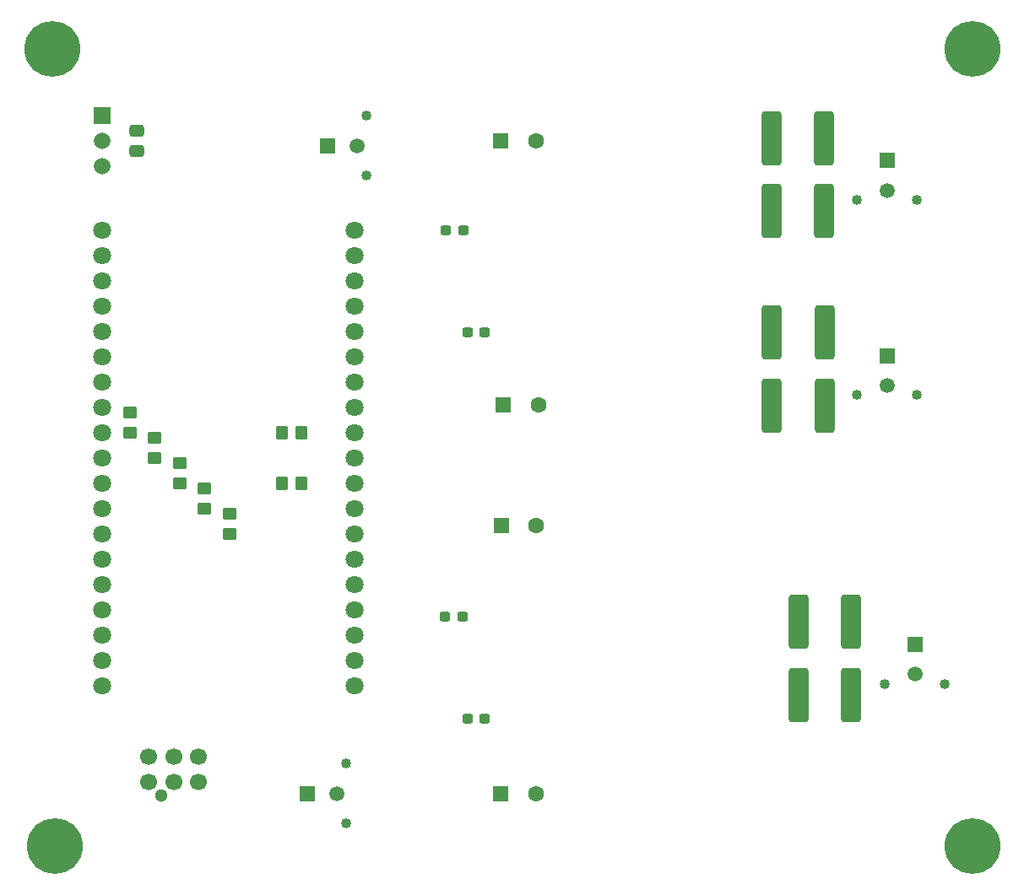
<source format=gbs>
G04 #@! TF.GenerationSoftware,KiCad,Pcbnew,8.0.7-8.0.7-0~ubuntu22.04.1*
G04 #@! TF.CreationDate,2025-01-27T17:28:37+02:00*
G04 #@! TF.ProjectId,speaker_amp2,73706561-6b65-4725-9f61-6d70322e6b69,rev?*
G04 #@! TF.SameCoordinates,Original*
G04 #@! TF.FileFunction,Soldermask,Bot*
G04 #@! TF.FilePolarity,Negative*
%FSLAX46Y46*%
G04 Gerber Fmt 4.6, Leading zero omitted, Abs format (unit mm)*
G04 Created by KiCad (PCBNEW 8.0.7-8.0.7-0~ubuntu22.04.1) date 2025-01-27 17:28:37*
%MOMM*%
%LPD*%
G01*
G04 APERTURE LIST*
G04 Aperture macros list*
%AMRoundRect*
0 Rectangle with rounded corners*
0 $1 Rounding radius*
0 $2 $3 $4 $5 $6 $7 $8 $9 X,Y pos of 4 corners*
0 Add a 4 corners polygon primitive as box body*
4,1,4,$2,$3,$4,$5,$6,$7,$8,$9,$2,$3,0*
0 Add four circle primitives for the rounded corners*
1,1,$1+$1,$2,$3*
1,1,$1+$1,$4,$5*
1,1,$1+$1,$6,$7*
1,1,$1+$1,$8,$9*
0 Add four rect primitives between the rounded corners*
20,1,$1+$1,$2,$3,$4,$5,0*
20,1,$1+$1,$4,$5,$6,$7,0*
20,1,$1+$1,$6,$7,$8,$9,0*
20,1,$1+$1,$8,$9,$2,$3,0*%
G04 Aperture macros list end*
%ADD10C,3.600000*%
%ADD11C,5.600000*%
%ADD12C,1.020000*%
%ADD13R,1.520000X1.520000*%
%ADD14C,1.520000*%
%ADD15C,1.800000*%
%ADD16C,1.300000*%
%ADD17C,1.700000*%
%ADD18R,1.665000X1.665000*%
%ADD19C,1.665000*%
%ADD20RoundRect,0.249999X0.737501X2.450001X-0.737501X2.450001X-0.737501X-2.450001X0.737501X-2.450001X0*%
%ADD21RoundRect,0.237500X0.300000X0.237500X-0.300000X0.237500X-0.300000X-0.237500X0.300000X-0.237500X0*%
%ADD22RoundRect,0.250000X0.450000X-0.350000X0.450000X0.350000X-0.450000X0.350000X-0.450000X-0.350000X0*%
%ADD23R,1.600000X1.600000*%
%ADD24C,1.600000*%
%ADD25RoundRect,0.249999X-0.737501X-2.450001X0.737501X-2.450001X0.737501X2.450001X-0.737501X2.450001X0*%
%ADD26RoundRect,0.237500X-0.300000X-0.237500X0.300000X-0.237500X0.300000X0.237500X-0.300000X0.237500X0*%
%ADD27RoundRect,0.250000X0.350000X0.450000X-0.350000X0.450000X-0.350000X-0.450000X0.350000X-0.450000X0*%
%ADD28RoundRect,0.250000X0.475000X-0.337500X0.475000X0.337500X-0.475000X0.337500X-0.475000X-0.337500X0*%
G04 APERTURE END LIST*
D10*
X133500000Y-67000000D03*
D11*
X133500000Y-67000000D03*
D12*
X72775000Y-73739660D03*
X72775000Y-79739648D03*
D13*
X68835000Y-76739649D03*
D14*
X71834999Y-76739649D03*
D10*
X41500000Y-147000000D03*
D11*
X41500000Y-147000000D03*
D10*
X133500000Y-147000000D03*
D11*
X133500000Y-147000000D03*
D15*
X46250000Y-85230000D03*
X46250000Y-87770000D03*
X46250000Y-90310000D03*
X46250000Y-92850000D03*
X46250000Y-95390000D03*
X46250000Y-97930000D03*
X46250000Y-100470000D03*
X46250000Y-103010000D03*
X46250000Y-105550000D03*
X46250000Y-108090000D03*
X46250000Y-110630000D03*
X46250000Y-113170000D03*
X46250000Y-115710000D03*
X46250000Y-118250000D03*
X46250000Y-120790000D03*
X46250000Y-123330000D03*
X46250000Y-125870000D03*
X46250000Y-128410000D03*
X46250000Y-130950000D03*
X71590000Y-85230000D03*
X71590000Y-87770000D03*
X71590000Y-90310000D03*
X71590000Y-92850000D03*
X71590000Y-95390000D03*
X71590000Y-97930000D03*
X71590000Y-100470000D03*
X71590000Y-103010000D03*
X71590000Y-105550000D03*
X71590000Y-108090000D03*
X71590000Y-110630000D03*
X71590000Y-113170000D03*
X71590000Y-115710000D03*
X71590000Y-118250000D03*
X71590000Y-120790000D03*
X71590000Y-123330000D03*
X71590000Y-125870000D03*
X71590000Y-128410000D03*
X71590000Y-130950000D03*
D12*
X127950000Y-101750000D03*
X121950012Y-101750000D03*
D13*
X124950011Y-97810000D03*
D14*
X124950011Y-100809999D03*
D12*
X127950000Y-82150000D03*
X121950012Y-82150000D03*
D13*
X124950011Y-78210000D03*
D14*
X124950011Y-81209999D03*
D16*
X52185998Y-141909999D03*
D17*
X50936000Y-140569999D03*
X53436000Y-140569999D03*
X55936000Y-140569999D03*
X50936000Y-138069999D03*
X53436000Y-138069999D03*
X55936000Y-138069999D03*
D18*
X46250000Y-73670000D03*
D19*
X46250000Y-76210000D03*
X46250000Y-78750000D03*
D12*
X130749989Y-130740000D03*
X124750001Y-130740000D03*
D13*
X127750000Y-126800000D03*
D14*
X127750000Y-129799999D03*
D10*
X41250000Y-67000000D03*
D11*
X41250000Y-67000000D03*
D12*
X70750000Y-138750012D03*
X70750000Y-144750000D03*
D13*
X66810000Y-141750001D03*
D14*
X69809999Y-141750001D03*
D20*
X118637500Y-83250000D03*
X113362500Y-83250000D03*
D21*
X82462500Y-85200000D03*
X80737500Y-85200000D03*
D22*
X51500000Y-108090000D03*
X51500000Y-106090000D03*
D23*
X86297349Y-114850000D03*
D24*
X89797349Y-114850000D03*
D25*
X113412500Y-95450000D03*
X118687500Y-95450000D03*
D22*
X56500000Y-113170000D03*
X56500000Y-111170000D03*
D26*
X80637500Y-124000000D03*
X82362500Y-124000000D03*
D23*
X86250000Y-76250000D03*
D24*
X89750000Y-76250000D03*
D22*
X49000000Y-105550000D03*
X49000000Y-103550000D03*
D25*
X113362500Y-76000000D03*
X118637500Y-76000000D03*
D27*
X66250000Y-105550000D03*
X64250000Y-105550000D03*
D22*
X54000000Y-110630000D03*
X54000000Y-108630000D03*
D26*
X82887500Y-95500000D03*
X84612500Y-95500000D03*
D27*
X66250000Y-110630000D03*
X64250000Y-110630000D03*
D22*
X59000000Y-115710000D03*
X59000000Y-113710000D03*
D23*
X86250000Y-141750000D03*
D24*
X89750000Y-141750000D03*
D25*
X116112500Y-131850000D03*
X121387500Y-131850000D03*
D20*
X121387500Y-124550000D03*
X116112500Y-124550000D03*
D26*
X82887500Y-134250000D03*
X84612500Y-134250000D03*
D20*
X118687500Y-102850000D03*
X113412500Y-102850000D03*
D23*
X86500000Y-102750000D03*
D24*
X90000000Y-102750000D03*
D28*
X49750000Y-77287500D03*
X49750000Y-75212500D03*
M02*

</source>
